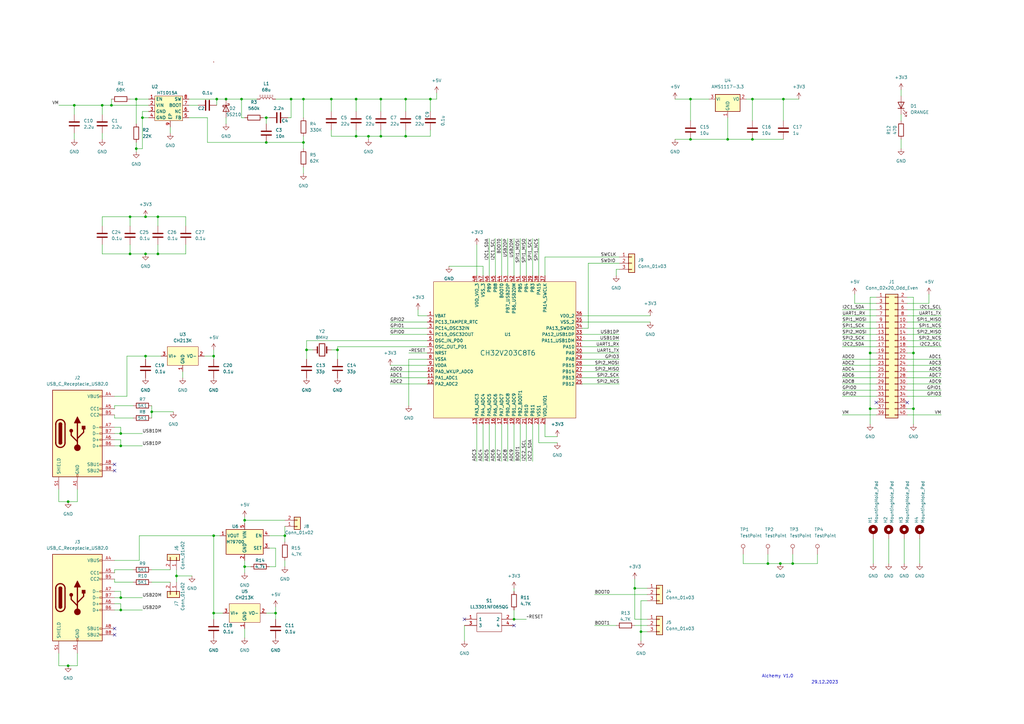
<source format=kicad_sch>
(kicad_sch (version 20211123) (generator eeschema)
  (paper "A3")
  (junction (at 125.73 143.51))
  (junction (at 325.12 231.14))
  (junction (at 64.77 104.14))
  (junction (at 109.22 48.26))
  (junction (at 64.77 88.9))
  (junction (at 30.48 43.18))
  (junction (at 156.21 40.64))
  (junction (at 27.94 205.74))
  (junction (at 146.05 55.88))
  (junction (at 314.96 231.14))
  (junction (at 100.33 213.36))
  (junction (at 49.53 182.88))
  (junction (at 41.91 43.18))
  (junction (at 356.87 167.64))
  (junction (at 45.72 43.18))
  (junction (at 166.37 40.64))
  (junction (at 151.13 55.88))
  (junction (at 283.21 57.15))
  (junction (at 62.23 168.91))
  (junction (at 49.53 177.8))
  (junction (at 49.53 245.11))
  (junction (at 135.89 40.64))
  (junction (at 138.43 143.51))
  (junction (at 124.46 40.64))
  (junction (at 55.88 40.64))
  (junction (at 113.03 251.46))
  (junction (at 109.22 58.42))
  (junction (at 55.88 60.96))
  (junction (at 53.34 104.14))
  (junction (at 87.63 146.05))
  (junction (at 59.69 146.05))
  (junction (at 59.69 88.9))
  (junction (at 262.89 259.08))
  (junction (at 88.9 40.64))
  (junction (at 53.34 88.9))
  (junction (at 92.71 40.64))
  (junction (at 116.84 219.71))
  (junction (at 308.61 40.64))
  (junction (at 176.53 40.64))
  (junction (at 49.53 250.19))
  (junction (at 119.38 40.64))
  (junction (at 87.63 251.46))
  (junction (at 100.33 232.41))
  (junction (at 124.46 58.42))
  (junction (at 58.42 48.26))
  (junction (at 308.61 57.15))
  (junction (at 72.39 236.22))
  (junction (at 260.35 241.3))
  (junction (at 27.94 273.05))
  (junction (at 210.82 254))
  (junction (at 87.63 219.71))
  (junction (at 374.65 167.64))
  (junction (at 146.05 40.64))
  (junction (at 298.45 57.15))
  (junction (at 320.04 231.14))
  (junction (at 374.65 144.78))
  (junction (at 356.87 144.78))
  (junction (at 321.31 40.64))
  (junction (at 59.69 104.14))
  (junction (at 156.21 55.88))
  (junction (at 166.37 55.88))
  (junction (at 283.21 40.64))
  (junction (at 99.06 40.64))
  (no_connect (at 190.5 254))
  (no_connect (at 210.82 256.54))
  (no_connect (at 46.99 260.35))
  (no_connect (at 372.11 165.1))
  (no_connect (at 359.41 165.1))
  (no_connect (at 46.99 257.81))
  (no_connect (at 46.99 190.5))
  (no_connect (at 46.99 193.04))
  (wire (pts (xy 210.82 97.79) (xy 210.82 113.03)))
  (wire (pts (xy 372.11 137.16) (xy 386.08 137.16)))
  (wire (pts (xy 59.69 104.14) (xy 64.77 104.14)))
  (wire (pts (xy 88.9 40.64) (xy 88.9 43.18)))
  (wire (pts (xy 260.35 256.54) (xy 265.43 256.54)))
  (wire (pts (xy 62.23 238.76) (xy 69.85 238.76)))
  (wire (pts (xy 160.02 149.86) (xy 175.26 149.86)))
  (wire (pts (xy 55.88 58.42) (xy 55.88 60.96)))
  (wire (pts (xy 69.85 52.07) (xy 69.85 54.61)))
  (wire (pts (xy 203.2 189.23) (xy 203.2 173.99)))
  (wire (pts (xy 238.76 132.08) (xy 266.7 132.08)))
  (wire (pts (xy 31.75 200.66) (xy 31.75 205.74)))
  (wire (pts (xy 116.84 215.9) (xy 116.84 219.71)))
  (wire (pts (xy 41.91 88.9) (xy 53.34 88.9)))
  (wire (pts (xy 72.39 236.22) (xy 72.39 238.76)))
  (wire (pts (xy 167.64 147.32) (xy 167.64 166.37)))
  (wire (pts (xy 345.44 152.4) (xy 359.41 152.4)))
  (wire (pts (xy 369.57 46.99) (xy 369.57 49.53)))
  (wire (pts (xy 210.82 254) (xy 215.9 254)))
  (wire (pts (xy 243.84 256.54) (xy 252.73 256.54)))
  (wire (pts (xy 125.73 143.51) (xy 125.73 139.7)))
  (wire (pts (xy 124.46 68.58) (xy 124.46 71.12)))
  (wire (pts (xy 241.3 107.95) (xy 241.3 134.62)))
  (wire (pts (xy 99.06 40.64) (xy 105.41 40.64)))
  (wire (pts (xy 41.91 54.61) (xy 41.91 57.15)))
  (wire (pts (xy 124.46 40.64) (xy 135.89 40.64)))
  (wire (pts (xy 46.99 162.56) (xy 52.07 162.56)))
  (wire (pts (xy 238.76 147.32) (xy 254 147.32)))
  (wire (pts (xy 49.53 182.88) (xy 58.42 182.88)))
  (wire (pts (xy 58.42 45.72) (xy 58.42 48.26)))
  (wire (pts (xy 119.38 40.64) (xy 119.38 48.26)))
  (wire (pts (xy 62.23 168.91) (xy 71.12 168.91)))
  (wire (pts (xy 45.72 43.18) (xy 45.72 40.64)))
  (wire (pts (xy 87.63 146.05) (xy 87.63 147.32)))
  (wire (pts (xy 100.33 213.36) (xy 100.33 214.63)))
  (wire (pts (xy 58.42 48.26) (xy 58.42 60.96)))
  (wire (pts (xy 283.21 49.53) (xy 283.21 40.64)))
  (wire (pts (xy 372.11 149.86) (xy 386.08 149.86)))
  (wire (pts (xy 262.89 259.08) (xy 262.89 262.89)))
  (wire (pts (xy 146.05 40.64) (xy 146.05 45.72)))
  (wire (pts (xy 146.05 53.34) (xy 146.05 55.88)))
  (wire (pts (xy 64.77 100.33) (xy 64.77 104.14)))
  (wire (pts (xy 205.74 113.03) (xy 205.74 97.79)))
  (wire (pts (xy 321.31 40.64) (xy 308.61 40.64)))
  (wire (pts (xy 46.99 180.34) (xy 49.53 180.34)))
  (wire (pts (xy 265.43 246.38) (xy 262.89 246.38)))
  (wire (pts (xy 345.44 154.94) (xy 359.41 154.94)))
  (wire (pts (xy 176.53 55.88) (xy 176.53 53.34)))
  (wire (pts (xy 102.87 232.41) (xy 100.33 232.41)))
  (wire (pts (xy 325.12 227.33) (xy 325.12 231.14)))
  (wire (pts (xy 262.89 246.38) (xy 262.89 259.08)))
  (wire (pts (xy 109.22 48.26) (xy 110.49 48.26)))
  (wire (pts (xy 46.99 170.18) (xy 46.99 171.45)))
  (wire (pts (xy 125.73 147.32) (xy 125.73 143.51)))
  (wire (pts (xy 113.03 40.64) (xy 119.38 40.64)))
  (wire (pts (xy 238.76 152.4) (xy 254 152.4)))
  (wire (pts (xy 49.53 242.57) (xy 49.53 245.11)))
  (wire (pts (xy 60.96 43.18) (xy 45.72 43.18)))
  (wire (pts (xy 195.58 189.23) (xy 195.58 173.99)))
  (wire (pts (xy 85.09 48.26) (xy 85.09 58.42)))
  (wire (pts (xy 166.37 40.64) (xy 166.37 45.72)))
  (wire (pts (xy 74.93 152.4) (xy 74.93 154.94)))
  (wire (pts (xy 124.46 40.64) (xy 119.38 40.64)))
  (wire (pts (xy 166.37 53.34) (xy 166.37 55.88)))
  (wire (pts (xy 372.11 127) (xy 386.08 127)))
  (wire (pts (xy 119.38 48.26) (xy 118.11 48.26)))
  (wire (pts (xy 31.75 267.97) (xy 31.75 273.05)))
  (wire (pts (xy 24.13 273.05) (xy 27.94 273.05)))
  (wire (pts (xy 156.21 53.34) (xy 156.21 55.88)))
  (wire (pts (xy 30.48 43.18) (xy 30.48 46.99)))
  (wire (pts (xy 372.11 167.64) (xy 374.65 167.64)))
  (wire (pts (xy 350.52 120.65) (xy 350.52 124.46)))
  (wire (pts (xy 213.36 189.23) (xy 213.36 173.99)))
  (wire (pts (xy 57.15 229.87) (xy 46.99 229.87)))
  (wire (pts (xy 160.02 134.62) (xy 175.26 134.62)))
  (wire (pts (xy 200.66 97.79) (xy 200.66 113.03)))
  (wire (pts (xy 83.82 146.05) (xy 87.63 146.05)))
  (wire (pts (xy 356.87 167.64) (xy 356.87 173.99)))
  (wire (pts (xy 53.34 104.14) (xy 59.69 104.14)))
  (wire (pts (xy 356.87 144.78) (xy 356.87 167.64)))
  (wire (pts (xy 49.53 247.65) (xy 49.53 250.19)))
  (wire (pts (xy 238.76 142.24) (xy 254 142.24)))
  (wire (pts (xy 53.34 88.9) (xy 59.69 88.9)))
  (wire (pts (xy 372.11 157.48) (xy 386.08 157.48)))
  (wire (pts (xy 374.65 167.64) (xy 374.65 173.99)))
  (wire (pts (xy 260.35 241.3) (xy 265.43 241.3)))
  (wire (pts (xy 151.13 55.88) (xy 146.05 55.88)))
  (wire (pts (xy 109.22 48.26) (xy 109.22 50.8)))
  (wire (pts (xy 198.12 113.03) (xy 198.12 109.22)))
  (wire (pts (xy 308.61 40.64) (xy 306.07 40.64)))
  (wire (pts (xy 321.31 49.53) (xy 321.31 40.64)))
  (wire (pts (xy 100.33 213.36) (xy 116.84 213.36)))
  (wire (pts (xy 167.64 147.32) (xy 175.26 147.32)))
  (wire (pts (xy 100.33 212.09) (xy 100.33 213.36)))
  (wire (pts (xy 113.03 248.92) (xy 113.03 251.46)))
  (wire (pts (xy 238.76 149.86) (xy 254 149.86)))
  (wire (pts (xy 110.49 224.79) (xy 113.03 224.79)))
  (wire (pts (xy 156.21 40.64) (xy 166.37 40.64)))
  (wire (pts (xy 314.96 227.33) (xy 314.96 231.14)))
  (wire (pts (xy 345.44 129.54) (xy 359.41 129.54)))
  (wire (pts (xy 113.03 251.46) (xy 113.03 254)))
  (wire (pts (xy 124.46 48.26) (xy 124.46 40.64)))
  (wire (pts (xy 364.49 231.14) (xy 364.49 220.98)))
  (wire (pts (xy 41.91 43.18) (xy 41.91 46.99)))
  (wire (pts (xy 372.11 160.02) (xy 386.08 160.02)))
  (wire (pts (xy 372.11 162.56) (xy 386.08 162.56)))
  (wire (pts (xy 369.57 57.15) (xy 369.57 60.96)))
  (wire (pts (xy 87.63 251.46) (xy 87.63 219.71)))
  (wire (pts (xy 62.23 166.37) (xy 62.23 168.91)))
  (wire (pts (xy 345.44 134.62) (xy 359.41 134.62)))
  (wire (pts (xy 320.04 231.14) (xy 325.12 231.14)))
  (wire (pts (xy 46.99 247.65) (xy 49.53 247.65)))
  (wire (pts (xy 49.53 250.19) (xy 58.42 250.19)))
  (wire (pts (xy 190.5 256.54) (xy 190.5 262.89)))
  (wire (pts (xy 151.13 55.88) (xy 151.13 57.15)))
  (wire (pts (xy 345.44 160.02) (xy 359.41 160.02)))
  (wire (pts (xy 46.99 166.37) (xy 54.61 166.37)))
  (wire (pts (xy 49.53 180.34) (xy 49.53 182.88)))
  (wire (pts (xy 345.44 147.32) (xy 359.41 147.32)))
  (wire (pts (xy 238.76 139.7) (xy 254 139.7)))
  (wire (pts (xy 372.11 132.08) (xy 386.08 132.08)))
  (wire (pts (xy 125.73 143.51) (xy 128.27 143.51)))
  (wire (pts (xy 24.13 205.74) (xy 27.94 205.74)))
  (wire (pts (xy 135.89 40.64) (xy 135.89 45.72)))
  (wire (pts (xy 46.99 237.49) (xy 46.99 238.76)))
  (wire (pts (xy 241.3 134.62) (xy 238.76 134.62)))
  (wire (pts (xy 372.11 152.4) (xy 386.08 152.4)))
  (wire (pts (xy 372.11 144.78) (xy 374.65 144.78)))
  (wire (pts (xy 210.82 250.19) (xy 210.82 254)))
  (wire (pts (xy 356.87 121.92) (xy 356.87 144.78)))
  (wire (pts (xy 160.02 152.4) (xy 175.26 152.4)))
  (wire (pts (xy 100.33 257.81) (xy 100.33 261.62)))
  (wire (pts (xy 110.49 219.71) (xy 116.84 219.71)))
  (wire (pts (xy 218.44 113.03) (xy 218.44 97.79)))
  (wire (pts (xy 374.65 144.78) (xy 374.65 167.64)))
  (wire (pts (xy 100.33 48.26) (xy 99.06 48.26)))
  (wire (pts (xy 76.2 88.9) (xy 76.2 92.71)))
  (wire (pts (xy 345.44 142.24) (xy 359.41 142.24)))
  (wire (pts (xy 298.45 57.15) (xy 308.61 57.15)))
  (wire (pts (xy 55.88 40.64) (xy 55.88 50.8)))
  (wire (pts (xy 46.99 167.64) (xy 46.99 166.37)))
  (wire (pts (xy 87.63 219.71) (xy 90.17 219.71)))
  (wire (pts (xy 205.74 189.23) (xy 205.74 173.99)))
  (wire (pts (xy 304.8 227.33) (xy 304.8 231.14)))
  (wire (pts (xy 381 120.65) (xy 381 124.46)))
  (wire (pts (xy 41.91 92.71) (xy 41.91 88.9)))
  (wire (pts (xy 358.14 231.14) (xy 358.14 220.98)))
  (wire (pts (xy 372.11 147.32) (xy 386.08 147.32)))
  (wire (pts (xy 52.07 146.05) (xy 52.07 162.56)))
  (wire (pts (xy 58.42 60.96) (xy 55.88 60.96)))
  (wire (pts (xy 160.02 157.48) (xy 175.26 157.48)))
  (wire (pts (xy 377.19 231.14) (xy 377.19 220.98)))
  (wire (pts (xy 345.44 132.08) (xy 359.41 132.08)))
  (wire (pts (xy 276.86 40.64) (xy 283.21 40.64)))
  (wire (pts (xy 345.44 139.7) (xy 359.41 139.7)))
  (wire (pts (xy 24.13 267.97) (xy 24.13 273.05)))
  (wire (pts (xy 308.61 57.15) (xy 321.31 57.15)))
  (wire (pts (xy 109.22 58.42) (xy 124.46 58.42)))
  (wire (pts (xy 99.06 48.26) (xy 99.06 40.64)))
  (wire (pts (xy 46.99 171.45) (xy 54.61 171.45)))
  (wire (pts (xy 46.99 177.8) (xy 49.53 177.8)))
  (wire (pts (xy 372.11 142.24) (xy 386.08 142.24)))
  (wire (pts (xy 238.76 129.54) (xy 266.7 129.54)))
  (wire (pts (xy 64.77 104.14) (xy 76.2 104.14)))
  (wire (pts (xy 260.35 241.3) (xy 260.35 254)))
  (wire (pts (xy 345.44 149.86) (xy 359.41 149.86)))
  (wire (pts (xy 166.37 40.64) (xy 176.53 40.64)))
  (wire (pts (xy 77.47 40.64) (xy 88.9 40.64)))
  (wire (pts (xy 49.53 175.26) (xy 49.53 177.8)))
  (wire (pts (xy 184.15 109.22) (xy 198.12 109.22)))
  (wire (pts (xy 30.48 54.61) (xy 30.48 57.15)))
  (wire (pts (xy 49.53 245.11) (xy 58.42 245.11)))
  (wire (pts (xy 59.69 88.9) (xy 64.77 88.9)))
  (wire (pts (xy 53.34 40.64) (xy 55.88 40.64)))
  (wire (pts (xy 125.73 139.7) (xy 175.26 139.7)))
  (wire (pts (xy 55.88 40.64) (xy 60.96 40.64)))
  (wire (pts (xy 283.21 40.64) (xy 290.83 40.64)))
  (wire (pts (xy 265.43 254) (xy 260.35 254)))
  (wire (pts (xy 113.03 232.41) (xy 110.49 232.41)))
  (wire (pts (xy 238.76 154.94) (xy 254 154.94)))
  (wire (pts (xy 87.63 143.51) (xy 87.63 146.05)))
  (wire (pts (xy 62.23 168.91) (xy 62.23 171.45)))
  (wire (pts (xy 252.73 110.49) (xy 252.73 113.03)))
  (wire (pts (xy 325.12 231.14) (xy 335.28 231.14)))
  (wire (pts (xy 146.05 55.88) (xy 135.89 55.88)))
  (wire (pts (xy 374.65 121.92) (xy 374.65 144.78)))
  (wire (pts (xy 241.3 107.95) (xy 254 107.95)))
  (wire (pts (xy 92.71 50.8) (xy 92.71 48.26)))
  (wire (pts (xy 356.87 167.64) (xy 359.41 167.64)))
  (wire (pts (xy 87.63 251.46) (xy 91.44 251.46)))
  (wire (pts (xy 138.43 143.51) (xy 135.89 143.51)))
  (wire (pts (xy 304.8 231.14) (xy 314.96 231.14)))
  (wire (pts (xy 53.34 100.33) (xy 53.34 104.14)))
  (wire (pts (xy 135.89 55.88) (xy 135.89 53.34)))
  (wire (pts (xy 92.71 40.64) (xy 99.06 40.64)))
  (wire (pts (xy 314.96 231.14) (xy 320.04 231.14)))
  (wire (pts (xy 262.89 259.08) (xy 265.43 259.08)))
  (wire (pts (xy 298.45 48.26) (xy 298.45 57.15)))
  (wire (pts (xy 372.11 170.18) (xy 386.08 170.18)))
  (wire (pts (xy 46.99 245.11) (xy 49.53 245.11)))
  (wire (pts (xy 31.75 205.74) (xy 27.94 205.74)))
  (wire (pts (xy 215.9 113.03) (xy 215.9 97.79)))
  (wire (pts (xy 220.98 113.03) (xy 220.98 97.79)))
  (wire (pts (xy 46.99 233.68) (xy 54.61 233.68)))
  (wire (pts (xy 179.07 40.64) (xy 179.07 38.1)))
  (wire (pts (xy 215.9 189.23) (xy 215.9 173.99)))
  (wire (pts (xy 138.43 143.51) (xy 138.43 142.24)))
  (wire (pts (xy 243.84 243.84) (xy 265.43 243.84)))
  (wire (pts (xy 345.44 157.48) (xy 359.41 157.48)))
  (wire (pts (xy 171.45 129.54) (xy 171.45 127)))
  (wire (pts (xy 372.11 154.94) (xy 386.08 154.94)))
  (wire (pts (xy 41.91 104.14) (xy 53.34 104.14)))
  (wire (pts (xy 124.46 58.42) (xy 124.46 60.96)))
  (wire (pts (xy 45.72 43.18) (xy 41.91 43.18)))
  (wire (pts (xy 77.47 48.26) (xy 85.09 48.26)))
  (wire (pts (xy 156.21 40.64) (xy 156.21 45.72)))
  (wire (pts (xy 359.41 121.92) (xy 356.87 121.92)))
  (wire (pts (xy 59.69 146.05) (xy 66.04 146.05)))
  (wire (pts (xy 238.76 144.78) (xy 254 144.78)))
  (wire (pts (xy 223.52 179.07) (xy 228.6 179.07)))
  (wire (pts (xy 58.42 48.26) (xy 60.96 48.26)))
  (wire (pts (xy 77.47 43.18) (xy 81.28 43.18)))
  (wire (pts (xy 76.2 104.14) (xy 76.2 100.33)))
  (wire (pts (xy 113.03 224.79) (xy 113.03 232.41)))
  (wire (pts (xy 57.15 219.71) (xy 57.15 229.87)))
  (wire (pts (xy 167.64 144.78) (xy 175.26 144.78)))
  (wire (pts (xy 345.44 162.56) (xy 359.41 162.56)))
  (wire (pts (xy 176.53 40.64) (xy 179.07 40.64)))
  (wire (pts (xy 195.58 100.33) (xy 195.58 113.03)))
  (wire (pts (xy 62.23 233.68) (xy 69.85 233.68)))
  (wire (pts (xy 321.31 40.64) (xy 327.66 40.64)))
  (wire (pts (xy 160.02 137.16) (xy 175.26 137.16)))
  (wire (pts (xy 283.21 57.15) (xy 298.45 57.15)))
  (wire (pts (xy 109.22 251.46) (xy 113.03 251.46)))
  (wire (pts (xy 24.13 200.66) (xy 24.13 205.74)))
  (wire (pts (xy 59.69 146.05) (xy 59.69 147.32)))
  (wire (pts (xy 218.44 189.23) (xy 218.44 173.99)))
  (wire (pts (xy 107.95 48.26) (xy 109.22 48.26)))
  (wire (pts (xy 166.37 55.88) (xy 156.21 55.88)))
  (wire (pts (xy 369.57 36.83) (xy 369.57 39.37)))
  (wire (pts (xy 100.33 229.87) (xy 100.33 232.41)))
  (wire (pts (xy 46.99 250.19) (xy 49.53 250.19)))
  (wire (pts (xy 356.87 144.78) (xy 359.41 144.78)))
  (wire (pts (xy 166.37 55.88) (xy 176.53 55.88)))
  (wire (pts (xy 160.02 132.08) (xy 175.26 132.08)))
  (wire (pts (xy 176.53 40.64) (xy 176.53 45.72)))
  (wire (pts (xy 254 110.49) (xy 252.73 110.49)))
  (wire (pts (xy 64.77 88.9) (xy 64.77 92.71)))
  (wire (pts (xy 372.11 124.46) (xy 381 124.46)))
  (wire (pts (xy 335.28 231.14) (xy 335.28 227.33)))
  (wire (pts (xy 72.39 233.68) (xy 72.39 236.22)))
  (wire (pts (xy 46.99 234.95) (xy 46.99 233.68)))
  (wire (pts (xy 85.09 58.42) (xy 109.22 58.42)))
  (wire (pts (xy 160.02 154.94) (xy 175.26 154.94)))
  (wire (pts (xy 238.76 157.48) (xy 254 157.48)))
  (wire (pts (xy 210.82 189.23) (xy 210.82 173.99)))
  (wire (pts (xy 198.12 189.23) (xy 198.12 173.99)))
  (wire (pts (xy 345.44 170.18) (xy 359.41 170.18)))
  (wire (pts (xy 53.34 88.9) (xy 53.34 92.71)))
  (wire (pts (xy 175.26 129.54) (xy 171.45 129.54)))
  (wire (pts (xy 308.61 49.53) (xy 308.61 40.64)))
  (wire (pts (xy 31.75 273.05) (xy 27.94 273.05)))
  (wire (pts (xy 223.52 105.41) (xy 254 105.41)))
  (wire (pts (xy 208.28 189.23) (xy 208.28 173.99)))
  (wire (pts (xy 124.46 55.88) (xy 124.46 58.42)))
  (wire (pts (xy 223.52 173.99) (xy 223.52 179.07)))
  (wire (pts (xy 30.48 43.18) (xy 41.91 43.18)))
  (wire (pts (xy 210.82 242.57) (xy 210.82 241.3)))
  (wire (pts (xy 100.33 232.41) (xy 100.33 234.95)))
  (wire (pts (xy 208.28 97.79) (xy 208.28 113.03)))
  (wire (pts (xy 46.99 242.57) (xy 49.53 242.57)))
  (wire (pts (xy 203.2 113.03) (xy 203.2 97.79)))
  (wire (pts (xy 87.63 219.71) (xy 57.15 219.71)))
  (wire (pts (xy 276.86 57.15) (xy 283.21 57.15)))
  (wire (pts (xy 372.11 139.7) (xy 386.08 139.7)))
  (wire (pts (xy 72.39 236.22) (xy 78.74 236.22)))
  (wire (pts (xy 220.98 173.99) (xy 220.98 181.61)))
  (wire (pts (xy 116.84 219.71) (xy 116.84 222.25)))
  (wire (pts (xy 46.99 182.88) (xy 49.53 182.88)))
  (wire (pts (xy 59.69 146.05) (xy 52.07 146.05)))
  (wire (pts (xy 46.99 175.26) (xy 49.53 175.26)))
  (wire (pts (xy 146.05 40.64) (xy 156.21 40.64)))
  (wire (pts (xy 24.13 43.18) (xy 30.48 43.18)))
  (wire (pts (xy 345.44 137.16) (xy 359.41 137.16)))
  (wire (pts (xy 345.44 127) (xy 359.41 127)))
  (wire (pts (xy 49.53 177.8) (xy 58.42 177.8)))
  (wire (pts (xy 372.11 121.92) (xy 374.65 121.92)))
  (wire (pts (xy 370.84 231.14) (xy 370.84 220.98)))
  (wire (pts (xy 213.36 113.03) (xy 213.36 97.79)))
  (wire (pts (xy 260.35 237.49) (xy 260.35 241.3)))
  (wire (pts (xy 64.77 88.9) (xy 76.2 88.9)))
  (wire (pts (xy 116.84 229.87) (xy 116.84 232.41)))
  (wire (pts (xy 138.43 142.24) (xy 175.26 142.24)))
  (wire (pts (xy 372.11 129.54) (xy 386.08 129.54)))
  (wire (pts (xy 359.41 124.46) (xy 350.52 124.46)))
  (wire (pts (xy 372.11 134.62) (xy 386.08 134.62)))
  (wire (pts (xy 46.99 238.76) (xy 54.61 238.76)))
  (wire (pts (xy 200.66 189.23) (xy 200.66 173.99)))
  (wire (pts (xy 87.63 254) (xy 87.63 251.46)))
  (wire (pts (xy 223.52 113.03) (xy 223.52 105.41)))
  (wire (pts (xy 238.76 137.16) (xy 254 137.16)))
  (wire (pts (xy 88.9 40.64) (xy 92.71 40.64)))
  (wire (pts (xy 60.96 45.72) (xy 58.42 45.72)))
  (wire (pts (xy 138.43 147.32) (xy 138.43 143.51)))
  (wire (pts (xy 220.98 181.61) (xy 228.6 181.61)))
  (wire (pts (xy 41.91 100.33) (xy 41.91 104.14)))
  (wire (pts (xy 156.21 55.88) (xy 151.13 55.88)))
  (wire (pts (xy 135.89 40.64) (xy 146.05 40.64)))
  (wire (pts (xy 55.88 60.96) (xy 55.88 62.23)))
  (text "29.12.2023" (at 332.74 280.67 0) (effects (font (size 1.27 1.27)) (justify left bottom)))
  (text "Alchemy V1.0" (at 312.42 278.13 0) (effects (font (size 1.27 1.27)) (justify left bottom)))
  (label "UART1_RX" (at 254 142.24 180))
  (label "ADC2" (at 160.02 157.48 0))
  (label "USB1DP" (at 58.42 182.88 0))
  (label "SPI1_MOSI" (at 345.44 132.08 0))
  (label "I2C2_SCL" (at 215.9 189.23 90))
  (label "UART1_TX" (at 254 144.78 180))
  (label "ADC5" (at 200.66 189.23 90))
  (label "BOOT1" (at 243.84 256.54 0))
  (label "VM" (at 345.44 170.18 0))
  (label "GPIO3" (at 386.08 162.56 180))
  (label "ADC7" (at 386.08 154.94 180))
  (label "ADC5" (at 386.08 152.4 180))
  (label "ADC0" (at 345.44 147.32 0))
  (label "SPI2_SCK" (at 345.44 139.7 0))
  (label "GPIO1" (at 160.02 134.62 0))
  (label "ADC6" (at 203.2 189.23 90))
  (label "ADC8" (at 345.44 157.48 0))
  (label "SPI1_MISO" (at 386.08 132.08 180))
  (label "ADC3" (at 195.58 189.23 90))
  (label "SPI1_MISO" (at 215.9 97.79 270))
  (label "BOOT0" (at 205.74 97.79 270))
  (label "ADC4" (at 198.12 189.23 90))
  (label "~RESET" (at 215.9 254 0))
  (label "SPI2_MISO" (at 386.08 137.16 180))
  (label "~RESET" (at 167.64 144.78 0))
  (label "ADC4" (at 345.44 152.4 0))
  (label "ADC9" (at 386.08 157.48 180))
  (label "ADC9" (at 210.82 189.23 90))
  (label "GPIO2" (at 160.02 132.08 0))
  (label "SPI2_SCK" (at 254 154.94 180))
  (label "I2C1_SDA" (at 200.66 97.79 270))
  (label "SPI2_MISO" (at 254 152.4 180))
  (label "ADC2" (at 345.44 149.86 0))
  (label "GPIO0" (at 345.44 160.02 0))
  (label "SWCLK" (at 246.38 105.41 0))
  (label "ADC1" (at 160.02 154.94 0))
  (label "ADC6" (at 345.44 154.94 0))
  (label "USB1DP" (at 254 137.16 180))
  (label "I2C2_SDA" (at 345.44 142.24 0))
  (label "USB2DP" (at 208.28 97.79 270))
  (label "SPI2_MOSI" (at 345.44 137.16 0))
  (label "BOOT0" (at 243.84 243.84 0))
  (label "SPI2_NCS" (at 254 157.48 180))
  (label "SPI2_NCS" (at 386.08 139.7 180))
  (label "USB2DM" (at 58.42 245.11 0))
  (label "SPI1_NCS" (at 220.98 97.79 270))
  (label "USB1DM" (at 254 139.7 180))
  (label "I2C2_SCL" (at 386.08 142.24 180))
  (label "SPI1_MOSI" (at 213.36 97.79 270))
  (label "UART1_RX" (at 345.44 129.54 0))
  (label "I2C1_SDA" (at 345.44 127 0))
  (label "GPIO1" (at 386.08 160.02 180))
  (label "SPI1_SCK" (at 345.44 134.62 0))
  (label "GPIO3" (at 254 147.32 180))
  (label "I2C1_SCL" (at 203.2 97.79 270))
  (label "BOOT1" (at 213.36 189.23 90))
  (label "SPI1_NCS" (at 386.08 134.62 180))
  (label "ADC8" (at 208.28 189.23 90))
  (label "ADC3" (at 386.08 149.86 180))
  (label "ADC0" (at 160.02 152.4 0))
  (label "UART1_TX" (at 386.08 129.54 180))
  (label "SPI2_MOSI" (at 254 149.86 180))
  (label "SPI1_SCK" (at 218.44 97.79 270))
  (label "USB1DM" (at 58.42 177.8 0))
  (label "USB2DP" (at 58.42 250.19 0))
  (label "I2C2_SDA" (at 218.44 189.23 90))
  (label "ADC1" (at 386.08 147.32 180))
  (label "USB2DM" (at 210.82 97.79 270))
  (label "GPIO0" (at 160.02 137.16 0))
  (label "VM" (at 386.08 170.18 180))
  (label "VM" (at 24.13 43.18 180))
  (label "ADC7" (at 205.74 189.23 90))
  (label "GPIO2" (at 345.44 162.56 0))
  (label "SWDIO" (at 246.38 107.95 0))
  (label "I2C1_SCL" (at 386.08 127 180))
  (symbol (lib_name "+5V_6") (lib_id "power:+5V") (at 276.86 40.64 0) (unit 1)
    (property "Reference" "#PWR0109" (effects hide))
    (property "Value" "+5V" (at 276.86 35.56 0))
  )
  (symbol (lib_id "Connector_Generic:Conn_01x02") (at 72.39 243.84 270) (unit 1)
    (property "Reference" "J7" (at 72.3901 246.38 0) (effects (justify left)))
    (property "Value" "Conn_01x02" (at 74.93 238.76 0) (effects (justify left)))
    (property "Footprint" "Connector_PinHeader_2.54mm:PinHeader_1x02_P2.54mm_Vertical" (effects hide))
  )
  (symbol (lib_id "Connector_Generic:Conn_01x02") (at 121.92 215.9 0) (mirror x) (unit 1)
    (property "Reference" "J8" (at 124.46 215.9001 0) (effects (justify left)))
    (property "Value" "Conn_01x02" (at 116.84 218.44 0) (effects (justify left)))
    (property "Footprint" "Connector_PinHeader_2.54mm:PinHeader_1x02_P2.54mm_Vertical" (effects hide))
  )
  (symbol (lib_id "Device:C") (at 85.09 43.18 90) (unit 1)
    (property "Reference" "C2" (at 82.55 44.45 90))
    (property "Value" "0.1u" (at 85.09 38.1 90))
    (property "Footprint" "Capacitor_SMD:C_0805_2012Metric" (effects hide))
  )
  (symbol (lib_id "Device:C") (at 87.63 151.13 0) (unit 1)
    (property "Reference" "C20" (at 91.44 149.8599 0) (effects (justify left)))
    (property "Value" "0.1u" (at 91.44 152.3999 0) (effects (justify left)))
    (property "Footprint" "Capacitor_SMD:C_0805_2012Metric" (effects hide))
  )
  (symbol (lib_name "GND_9") (lib_id "power:GND") (at 87.63 261.62 0) (unit 1)
    (property "Reference" "#PWR0145" (effects hide))
    (property "Value" "GND" (at 87.63 266.7 0))
  )
  (symbol (lib_id "Device:R") (at 116.84 226.06 0) (unit 1)
    (property "Reference" "R15" (at 119.38 224.7899 0) (effects (justify left)))
    (property "Value" "4.7K" (at 119.38 227.3299 0) (effects (justify left)))
    (property "Footprint" "Resistor_SMD:R_0805_2012Metric" (effects hide))
  )
  (symbol (lib_name "GND_27") (lib_id "power:GND") (at 377.19 231.14 0) (unit 1)
    (property "Reference" "#PWR0104" (effects hide))
    (property "Value" "GND" (at 377.19 236.22 0))
  )
  (symbol (lib_id "Device:R") (at 210.82 246.38 0) (unit 1)
    (property "Reference" "R11" (at 213.36 245.1099 0) (effects (justify left)))
    (property "Value" "4.7K" (at 213.36 247.6499 0) (effects (justify left)))
    (property "Footprint" "Resistor_SMD:R_0805_2012Metric" (effects hide))
  )
  (symbol (lib_id "Device:C") (at 30.48 50.8 180) (unit 1)
    (property "Reference" "C10" (at 34.29 49.5299 0) (effects (justify right)))
    (property "Value" "2.2u" (at 34.29 52.0699 0) (effects (justify right)))
    (property "Footprint" "Capacitor_SMD:C_1206_3216Metric" (effects hide))
  )
  (symbol (lib_id "power:GND") (at 59.69 104.14 0) (unit 1)
    (property "Reference" "#PWR0151" (effects hide))
    (property "Value" "GND" (at 59.69 109.22 0))
  )
  (symbol (lib_name "GND_3") (lib_id "power:GND") (at 74.93 154.94 0) (unit 1)
    (property "Reference" "#PWR0141" (effects hide))
    (property "Value" "GND" (at 74.93 160.02 0))
  )
  (symbol (lib_name "GND_13") (lib_id "power:GND") (at 78.74 236.22 0) (unit 1)
    (property "Reference" "#PWR0123" (effects hide))
    (property "Value" "GND" (at 78.74 241.3 0))
  )
  (symbol (lib_name "GND_25") (lib_id "power:GND") (at 356.87 173.99 0) (unit 1)
    (property "Reference" "#PWR0136" (effects hide))
    (property "Value" "GND" (at 356.87 179.07 0))
  )
  (symbol (lib_id "Connector_Generic:Conn_01x03") (at 270.51 256.54 0) (unit 1)
    (property "Reference" "J5" (at 273.05 255.2699 0) (effects (justify left)))
    (property "Value" "Conn_01x03" (at 273.05 257.8099 0) (effects (justify left)))
    (property "Footprint" "Connector_PinHeader_2.54mm:PinHeader_1x03_P2.54mm_Vertical" (effects hide))
  )
  (symbol (lib_id "Device:C") (at 113.03 257.81 0) (unit 1)
    (property "Reference" "C11" (at 116.84 256.5399 0) (effects (justify left)))
    (property "Value" "0.1u" (at 116.84 259.0799 0) (effects (justify left)))
    (property "Footprint" "Capacitor_SMD:C_0805_2012Metric" (effects hide))
  )
  (symbol (lib_id "power:+3V3") (at 59.69 88.9 0) (unit 1)
    (property "Reference" "#PWR0150" (effects hide))
    (property "Value" "+3V3" (at 59.69 83.82 0))
  )
  (symbol (lib_id "Connector:TestPoint") (at 304.8 227.33 0) (unit 1)
    (property "Reference" "TP1" (at 303.53 217.17 0) (effects (justify left)))
    (property "Value" "TestPoint" (at 303.53 219.71 0) (effects (justify left)))
    (property "Footprint" "TestPoint:TestPoint_Loop_D2.50mm_Drill1.0mm" (effects hide))
  )
  (symbol (lib_id "Device:R") (at 49.53 40.64 90) (unit 1)
    (property "Reference" "R1" (at 49.53 34.29 90))
    (property "Value" "68K" (at 49.53 36.83 90))
    (property "Footprint" "Resistor_SMD:R_0805_2012Metric" (effects hide))
  )
  (symbol (lib_id "power:+3V3") (at 260.35 237.49 0) (unit 1)
    (property "Reference" "#PWR0132" (effects hide))
    (property "Value" "+3V3" (at 260.35 232.41 0))
  )
  (symbol (lib_id "SamacSys_Parts:LL3301NF065QG") (at 190.5 254 0) (unit 1)
    (property "Reference" "S1" (at 200.66 246.38 0))
    (property "Value" "LL3301NF065QG" (at 200.66 248.92 0))
    (property "Footprint" "LL3301NF065QG" (effects hide))
    (property "Datasheet" "http://spec_sheets.e-switch.com/specs/P090002.pdf" (effects hide))
    (property "Description" "E-SWITCH - LL3301NF065QG - TACTILE SW, SPST, 0.05A, 12VDC, SOLDER" (effects hide))
    (property "Height" "4" (effects hide))
    (property "Mouser Part Number" "612-LL3301NF065QG" (effects hide))
    (property "Mouser Price/Stock" "https://www.mouser.co.uk/ProductDetail/E-Switch/LL3301NF065QG?qs=QtyuwXswaQiWhwgY68YTTw%3D%3D" (effects hide))
    (property "Manufacturer_Name" "E-Switch" (effects hide))
    (property "Manufacturer_Part_Number" "LL3301NF065QG" (effects hide))
  )
  (symbol (lib_name "GND_23") (lib_id "power:GND") (at 266.7 132.08 0) (unit 1)
    (property "Reference" "#PWR0139" (effects hide))
    (property "Value" "GND" (at 266.7 137.16 0))
  )
  (symbol (lib_id "power:GND") (at 151.13 57.15 0) (mirror y) (unit 1)
    (property "Reference" "#PWR0153" (effects hide))
    (property "Value" "GND" (at 151.13 62.23 0))
  )
  (symbol (lib_id "Device:R") (at 104.14 48.26 90) (unit 1)
    (property "Reference" "R3" (at 104.14 41.91 90))
    (property "Value" "560k" (at 104.14 44.45 90))
    (property "Footprint" "Resistor_SMD:R_0805_2012Metric" (effects hide))
  )
  (symbol (lib_id "Device:C") (at 125.73 151.13 0) (unit 1)
    (property "Reference" "C13" (at 129.54 149.8599 0) (effects (justify left)))
    (property "Value" "33p" (at 129.54 152.3999 0) (effects (justify left)))
    (property "Footprint" "Capacitor_SMD:C_0805_2012Metric" (effects hide))
  )
  (symbol (lib_id "Device:C") (at 283.21 53.34 0) (unit 1)
    (property "Reference" "C15" (at 287.02 52.0699 0) (effects (justify left)))
    (property "Value" "10u" (at 287.02 54.6099 0) (effects (justify left)))
    (property "Footprint" "Capacitor_SMD:C_1206_3216Metric" (effects hide))
  )
  (symbol (lib_name "CH213K_1") (lib_id "Signetics:CH213K") (at 93.98 251.46 0) (unit 1)
    (property "Reference" "U5" (at 100.33 242.57 0))
    (property "Value" "CH213K" (at 100.33 245.11 0))
    (property "Footprint" "Package_TO_SOT_SMD:SOT-23" (effects hide))
  )
  (symbol (lib_id "Mechanical:MountingHole_Pad") (at 364.49 218.44 0) (unit 1)
    (property "Reference" "H2" (at 363.2199 214.63 90) (effects (justify left)))
    (property "Value" "MountingHole_Pad" (at 365.7599 214.63 90) (effects (justify left)))
    (property "Footprint" "MountingHole:MountingHole_3.2mm_M3_Pad" (effects hide))
  )
  (symbol (lib_id "Gekkio_Power_Management:MT9700") (at 100.33 222.25 0) (mirror y) (unit 1)
    (property "Reference" "U6" (at 96.52 215.9 0))
    (property "Value" "MT9700" (at 96.52 222.25 0))
    (property "Footprint" "Package_TO_SOT_SMD:SOT-23-5" (effects hide))
    (property "Datasheet" "https://datasheet.lcsc.com/szlcsc/XI-AN-Aerosemi-Tech-MT9700_C89855.pdf" (effects hide))
  )
  (symbol (lib_id "Device:R") (at 55.88 54.61 0) (unit 1)
    (property "Reference" "R2" (at 58.42 53.3399 0) (effects (justify left)))
    (property "Value" "22K" (at 58.42 55.8799 0) (effects (justify left)))
    (property "Footprint" "Resistor_SMD:R_0805_2012Metric" (effects hide))
  )
  (symbol (lib_name "GND_30") (lib_id "power:GND") (at 320.04 231.14 0) (unit 1)
    (property "Reference" "#PWR0140" (effects hide))
    (property "Value" "GND" (at 320.04 236.22 0))
  )
  (symbol (lib_id "power:GND") (at 124.46 71.12 0) (mirror y) (unit 1)
    (property "Reference" "#PWR0152" (effects hide))
    (property "Value" "GND" (at 124.46 76.2 0))
  )
  (symbol (lib_name "GND_2") (lib_id "power:GND") (at 71.12 168.91 0) (unit 1)
    (property "Reference" "#PWR0125" (effects hide))
    (property "Value" "GND" (at 71.12 173.99 0))
  )
  (symbol (lib_id "Signetics:HT1015A") (at 63.5 40.64 0) (unit 1)
    (property "Reference" "U2" (at 63.5 35.56 0))
    (property "Value" "HT1015A" (at 68.58 38.1 0))
    (property "Footprint" "Package_SO:HSOP-8-1EP_3.9x4.9mm_P1.27mm_EP2.41x3.1mm_ThermalVias" (effects hide))
  )
  (symbol (lib_id "Device:C") (at 146.05 49.53 180) (unit 1)
    (property "Reference" "C6" (at 149.86 48.2599 0) (effects (justify right)))
    (property "Value" "22u" (at 149.86 50.7999 0) (effects (justify right)))
    (property "Footprint" "Capacitor_SMD:C_1206_3216Metric" (effects hide))
  )
  (symbol (lib_id "Device:R") (at 58.42 238.76 90) (unit 1)
    (property "Reference" "R10" (at 58.42 236.22 90))
    (property "Value" "5K1" (at 58.42 238.76 90))
    (property "Footprint" "Resistor_SMD:R_0805_2012Metric" (effects hide))
  )
  (symbol (lib_id "Device:LED") (at 369.57 43.18 90) (unit 1)
    (property "Reference" "D1" (at 373.38 43.4974 90) (effects (justify right)))
    (property "Value" "ORANGE" (at 373.38 46.0374 90) (effects (justify right)))
    (property "Footprint" "LED_SMD:LED_0805_2012Metric" (effects hide))
  )
  (symbol (lib_id "power:+5V") (at 179.07 38.1 0) (mirror y) (unit 1)
    (property "Reference" "#PWR0154" (effects hide))
    (property "Value" "+5V" (at 179.07 33.02 0))
  )
  (symbol (lib_id "Device:R") (at 124.46 64.77 180) (unit 1)
    (property "Reference" "R5" (at 127 63.4999 0) (effects (justify right)))
    (property "Value" "62K" (at 127 66.0399 0) (effects (justify right)))
    (property "Footprint" "Resistor_SMD:R_0805_2012Metric" (effects hide))
  )
  (symbol (lib_id "Device:C") (at 59.69 151.13 0) (unit 1)
    (property "Reference" "C19" (at 63.5 149.8599 0) (effects (justify left)))
    (property "Value" "0.1u" (at 63.5 152.3999 0) (effects (justify left)))
    (property "Footprint" "Capacitor_SMD:C_0805_2012Metric" (effects hide))
  )
  (symbol (lib_name "GND_14") (lib_id "power:GND") (at 167.64 166.37 0) (unit 1)
    (property "Reference" "#PWR0117" (effects hide))
    (property "Value" "GND" (at 167.64 171.45 0))
  )
  (symbol (lib_name "GND_11") (lib_id "power:GND") (at 27.94 273.05 0) (unit 1)
    (property "Reference" "#PWR0124" (effects hide))
    (property "Value" "GND" (at 27.94 278.13 0))
  )
  (symbol (lib_name "+5V_1") (lib_id "power:+5V") (at 100.33 212.09 0) (mirror y) (unit 1)
    (property "Reference" "#PWR0118" (effects hide))
    (property "Value" "+5V" (at 100.33 207.01 0))
  )
  (symbol (lib_id "power:GND") (at 41.91 57.15 0) (mirror y) (unit 1)
    (property "Reference" "#PWR0146" (effects hide))
    (property "Value" "GND" (at 41.91 62.23 0))
  )
  (symbol (lib_name "GND_24") (lib_id "power:GND") (at 262.89 262.89 0) (unit 1)
    (property "Reference" "#PWR0133" (effects hide))
    (property "Value" "GND" (at 262.89 267.97 0))
  )
  (symbol (lib_id "Device:C") (at 156.21 49.53 180) (unit 1)
    (property "Reference" "C7" (at 160.02 48.2599 0) (effects (justify right)))
    (property "Value" "22u" (at 160.02 50.7999 0) (effects (justify right)))
    (property "Footprint" "Capacitor_SMD:C_1206_3216Metric" (effects hide))
  )
  (symbol (lib_id "power:+3V3") (at 160.02 149.86 0) (unit 1)
    (property "Reference" "#PWR0108" (effects hide))
    (property "Value" "+3V3" (at 160.02 144.78 0))
  )
  (symbol (lib_name "GND_29") (lib_id "power:GND") (at 358.14 231.14 0) (unit 1)
    (property "Reference" "#PWR0103" (effects hide))
    (property "Value" "GND" (at 358.14 236.22 0))
  )
  (symbol (lib_id "Device:L_Ferrite") (at 109.22 40.64 90) (unit 1)
    (property "Reference" "L1" (at 109.22 34.29 90))
    (property "Value" "68u" (at 109.22 36.83 90))
    (property "Footprint" "Signetics:CYA0650-68UH" (effects hide))
  )
  (symbol (lib_id "power:+3V3") (at 327.66 40.64 0) (unit 1)
    (property "Reference" "#PWR0128" (effects hide))
    (property "Value" "+3V3" (at 327.66 35.56 0))
  )
  (symbol (lib_name "GND_23") (lib_id "power:GND") (at 252.73 113.03 0) (unit 1)
    (property "Reference" "#PWR0142" (effects hide))
    (property "Value" "GND" (at 252.73 118.11 0))
  )
  (symbol (lib_name "GND_7") (lib_id "power:GND") (at 113.03 261.62 0) (unit 1)
    (property "Reference" "#PWR0121" (effects hide))
    (property "Value" "GND" (at 113.03 266.7 0))
  )
  (symbol (lib_id "Regulator_Linear:AMS1117-3.3") (at 298.45 40.64 0) (unit 1)
    (property "Reference" "U4" (at 298.45 33.02 0))
    (property "Value" "AMS1117-3.3" (at 298.45 35.56 0))
    (property "Footprint" "Package_TO_SOT_SMD:SOT-223-3_TabPin2" (effects hide))
    (property "Datasheet" "http://www.advanced-monolithic.com/pdf/ds1117.pdf" (effects hide))
  )
  (symbol (lib_id "Connector_Generic:Conn_02x20_Odd_Even") (at 364.49 144.78 0) (unit 1)
    (property "Reference" "J1" (at 365.76 115.57 0))
    (property "Value" "Conn_02x20_Odd_Even" (at 365.76 118.11 0))
    (property "Footprint" "Connector_PinHeader_2.54mm:PinHeader_2x20_P2.54mm_Horizontal" (effects hide))
  )
  (symbol (lib_id "Device:R") (at 106.68 232.41 270) (mirror x) (unit 1)
    (property "Reference" "R14" (at 106.68 229.87 90))
    (property "Value" "4.7k" (at 106.68 232.41 90))
    (property "Footprint" "Resistor_SMD:R_0805_2012Metric" (effects hide))
  )
  (symbol (lib_name "+5V_5") (lib_id "power:+5V") (at 350.52 120.65 0) (unit 1)
    (property "Reference" "#PWR0137" (effects hide))
    (property "Value" "+5V" (at 350.52 115.57 0))
  )
  (symbol (lib_id "Device:C") (at 138.43 151.13 0) (unit 1)
    (property "Reference" "C14" (at 142.24 149.8599 0) (effects (justify left)))
    (property "Value" "33p" (at 142.24 152.3999 0) (effects (justify left)))
    (property "Footprint" "Capacitor_SMD:C_0805_2012Metric" (effects hide))
  )
  (symbol (lib_id "Device:C") (at 176.53 49.53 0) (unit 1)
    (property "Reference" "C9" (at 175.26 46.99 90))
    (property "Value" "0.1u" (at 181.61 49.53 90))
    (property "Footprint" "Capacitor_SMD:C_0805_2012Metric" (effects hide))
  )
  (symbol (lib_name "GND_28") (lib_id "power:GND") (at 364.49 231.14 0) (unit 1)
    (property "Reference" "#PWR0102" (effects hide))
    (property "Value" "GND" (at 364.49 236.22 0))
  )
  (symbol (lib_id "Mechanical:MountingHole_Pad") (at 370.84 218.44 0) (unit 1)
    (property "Reference" "H3" (at 369.5699 214.63 90) (effects (justify left)))
    (property "Value" "MountingHole_Pad" (at 372.1099 214.63 90) (effects (justify left)))
    (property "Footprint" "MountingHole:MountingHole_3.2mm_M3_Pad" (effects hide))
  )
  (symbol (lib_name "GND_8") (lib_id "power:GND") (at 100.33 261.62 0) (unit 1)
    (property "Reference" "#PWR0122" (effects hide))
    (property "Value" "GND" (at 100.33 266.7 0))
  )
  (symbol (lib_name "GND_16") (lib_id "power:GND") (at 138.43 154.94 0) (unit 1)
    (property "Reference" "#PWR0116" (effects hide))
    (property "Value" "GND" (at 138.43 160.02 0))
  )
  (symbol (lib_id "Mechanical:MountingHole_Pad") (at 358.14 218.44 0) (unit 1)
    (property "Reference" "H1" (at 356.8699 214.63 90) (effects (justify left)))
    (property "Value" "MountingHole_Pad" (at 359.4099 214.63 90) (effects (justify left)))
    (property "Footprint" "MountingHole:MountingHole_3.2mm_M3_Pad" (effects hide))
  )
  (symbol (lib_id "Device:C") (at 41.91 50.8 180) (unit 1)
    (property "Reference" "C1" (at 45.72 49.5299 0) (effects (justify right)))
    (property "Value" "2.2u" (at 45.72 52.0699 0) (effects (justify right)))
    (property "Footprint" "Capacitor_SMD:C_1206_3216Metric" (effects hide))
  )
  (symbol (lib_id "power:+3V3") (at 266.7 129.54 0) (unit 1)
    (property "Reference" "#PWR0138" (effects hide))
    (property "Value" "+3V3" (at 266.7 124.46 0))
  )
  (symbol (lib_id "power:+3V3") (at 369.57 36.83 0) (unit 1)
    (property "Reference" "#PWR0131" (effects hide))
    (property "Value" "+3V3" (at 369.57 31.75 0))
  )
  (symbol (lib_id "Device:C") (at 64.77 96.52 0) (unit 1)
    (property "Reference" "C26" (at 68.58 95.2499 0) (effects (justify left)))
    (property "Value" "0.1u" (at 68.58 97.7899 0) (effects (justify left)))
    (property "Footprint" "Capacitor_SMD:C_0805_2012Metric" (effects hide))
  )
  (symbol (lib_id "Device:C") (at 87.63 257.81 0) (unit 1)
    (property "Reference" "C18" (at 91.44 256.5399 0) (effects (justify left)))
    (property "Value" "0.1u" (at 91.44 259.0799 0) (effects (justify left)))
    (property "Footprint" "Capacitor_SMD:C_0805_2012Metric" (effects hide))
  )
  (symbol (lib_name "GND_6") (lib_id "power:GND") (at 116.84 232.41 0) (mirror y) (unit 1)
    (property "Reference" "#PWR0119" (effects hide))
    (property "Value" "GND" (at 116.84 237.49 0))
  )
  (symbol (lib_name "GND_26") (lib_id "power:GND") (at 370.84 231.14 0) (unit 1)
    (property "Reference" "#PWR0101" (effects hide))
    (property "Value" "GND" (at 370.84 236.22 0))
  )
  (symbol (lib_name "GND_1") (lib_id "power:GND") (at 59.69 154.94 0) (unit 1)
    (property "Reference" "#PWR0144" (effects hide))
    (property "Value" "GND" (at 59.69 160.02 0))
  )
  (symbol (lib_id "power:GND") (at 69.85 54.61 0) (mirror y) (unit 1)
    (property "Reference" "#PWR0106" (effects hide))
    (property "Value" "GND" (at 69.85 59.69 0))
  )
  (symbol (lib_id "power:+3V3") (at 228.6 179.07 0) (unit 1)
    (property "Reference" "#PWR0129" (effects hide))
    (property "Value" "+3V3" (at 228.6 173.99 0))
  )
  (symbol (lib_id "Device:R") (at 256.54 256.54 90) (unit 1)
    (property "Reference" "R13" (at 256.54 251.46 90))
    (property "Value" "4.7K" (at 256.54 254 90))
    (property "Footprint" "Resistor_SMD:R_0805_2012Metric" (effects hide))
  )
  (symbol (lib_id "Device:D_Schottky") (at 92.71 44.45 270) (unit 1)
    (property "Reference" "D2" (at 93.98 44.45 90) (effects (justify left)))
    (property "Value" "SS210" (at 92.71 46.99 90) (effects (justify left)))
    (property "Footprint" "Diode_SMD:D_SMA" (effects hide))
  )
  (symbol (lib_id "Device:C") (at 41.91 96.52 0) (unit 1)
    (property "Reference" "C24" (at 45.72 95.2499 0) (effects (justify left)))
    (property "Value" "0.1u" (at 45.72 97.7899 0) (effects (justify left)))
    (property "Footprint" "Capacitor_SMD:C_0805_2012Metric" (effects hide))
  )
  (symbol (lib_name "GND_4") (lib_id "power:GND") (at 87.63 154.94 0) (unit 1)
    (property "Reference" "#PWR0147" (effects hide))
    (property "Value" "GND" (at 87.63 160.02 0))
  )
  (symbol (lib_id "Device:R") (at 124.46 52.07 180) (unit 1)
    (property "Reference" "R4" (at 127 50.7999 0) (effects (justify right)))
    (property "Value" "330K" (at 127 53.3399 0) (effects (justify right)))
    (property "Footprint" "Resistor_SMD:R_0805_2012Metric" (effects hide))
  )
  (symbol (lib_id "Connector:USB_C_Receptacle_USB2.0") (at 31.75 245.11 0) (unit 1)
    (property "Reference" "J3" (at 31.75 222.25 0))
    (property "Value" "USB_C_Receptacle_USB2.0" (at 31.75 224.79 0))
    (property "Footprint" "Connector_USB:USB_C_Receptacle_HRO_TYPE-C-31-M-12" (effects hide))
    (property "Datasheet" "https://www.usb.org/sites/default/files/documents/usb_type-c.zip" (effects hide))
  )
  (symbol (lib_id "Device:R") (at 58.42 233.68 90) (unit 1)
    (property "Reference" "R9" (at 58.42 231.14 90))
    (property "Value" "5K1" (at 58.42 233.68 90))
    (property "Footprint" "Resistor_SMD:R_0805_2012Metric" (effects hide))
  )
  (symbol (lib_id "power:+5V") (at 87.63 143.51 0) (unit 1)
    (property "Reference" "#PWR0107" (effects hide))
    (property "Value" "+5V" (at 87.63 138.43 0))
  )
  (symbol (lib_id "Device:C") (at 308.61 53.34 0) (unit 1)
    (property "Reference" "C16" (at 312.42 52.0699 0) (effects (justify left)))
    (property "Value" "10u" (at 312.42 54.6099 0) (effects (justify left)))
    (property "Footprint" "Capacitor_SMD:C_1206_3216Metric" (effects hide))
  )
  (symbol (lib_id "power:GND") (at 30.48 57.15 0) (mirror y) (unit 1)
    (property "Reference" "#PWR0155" (effects hide))
    (property "Value" "GND" (at 30.48 62.23 0))
  )
  (symbol (lib_id "Signetics:CH213K") (at 68.58 146.05 0) (unit 1)
    (property "Reference" "U3" (at 74.93 137.16 0))
    (property "Value" "CH213K" (at 74.93 139.7 0))
    (property "Footprint" "Package_TO_SOT_SMD:SOT-23" (effects hide))
  )
  (symbol (lib_id "Connector:TestPoint") (at 335.28 227.33 0) (unit 1)
    (property "Reference" "TP4" (at 334.01 217.17 0) (effects (justify left)))
    (property "Value" "TestPoint" (at 334.01 219.71 0) (effects (justify left)))
    (property "Footprint" "TestPoint:TestPoint_Loop_D2.50mm_Drill1.0mm" (effects hide))
  )
  (symbol (lib_name "GND_19") (lib_id "power:GND") (at 374.65 173.99 0) (unit 1)
    (property "Reference" "#PWR0135" (effects hide))
    (property "Value" "GND" (at 374.65 179.07 0))
  )
  (symbol (lib_id "CH32V203:CH32V203C8T6") (at 177.8 171.45 0) (unit 1)
    (property "Reference" "U1" (at 208.28 137.16 0))
    (property "Value" "CH32V203C8T6" (at 208.28 144.78 0) (effects (font (size 2 2))))
    (property "Footprint" "CH32V203:CH32V203C8T6_LQFP-48_7x7mm_P0.5mm" (effects hide))
  )
  (symbol (lib_id "Device:C") (at 76.2 96.52 0) (unit 1)
    (property "Reference" "C27" (at 80.01 95.2499 0) (effects (justify left)))
    (property "Value" "0.1u" (at 80.01 97.7899 0) (effects (justify left)))
    (property "Footprint" "Capacitor_SMD:C_0805_2012Metric" (effects hide))
  )
  (symbol (lib_name "GND_15") (lib_id "power:GND") (at 125.73 154.94 0) (unit 1)
    (property "Reference" "#PWR0115" (effects hide))
    (property "Value" "GND" (at 125.73 160.02 0))
  )
  (symbol (lib_id "Device:R") (at 369.57 53.34 180) (unit 1)
    (property "Reference" "R12" (at 364.49 53.34 90))
    (property "Value" "470" (at 367.03 53.34 90))
    (property "Footprint" "Resistor_SMD:R_0805_2012Metric" (effects hide))
  )
  (symbol (lib_name "GND_22") (lib_id "power:GND") (at 228.6 181.61 0) (unit 1)
    (property "Reference" "#PWR0130" (effects hide))
    (property "Value" "GND" (at 228.6 186.69 0))
  )
  (symbol (lib_id "Device:C") (at 321.31 53.34 0) (unit 1)
    (property "Reference" "C17" (at 325.12 52.0699 0) (effects (justify left)))
    (property "Value" "1u" (at 325.12 54.6099 0) (effects (justify left)))
    (property "Footprint" "Capacitor_SMD:C_0805_2012Metric" (effects hide))
  )
  (symbol (lib_name "GND_12") (lib_id "power:GND") (at 27.94 205.74 0) (unit 1)
    (property "Reference" "#PWR0126" (effects hide))
    (property "Value" "GND" (at 27.94 210.82 0))
  )
  (symbol (lib_name "GND_21") (lib_id "power:GND") (at 276.86 57.15 0) (unit 1)
    (property "Reference" "#PWR0110" (effects hide))
    (property "Value" "GND" (at 276.86 62.23 0))
  )
  (symbol (lib_id "Mechanical:MountingHole_Pad") (at 377.19 218.44 0) (unit 1)
    (property "Reference" "H4" (at 375.9199 214.63 90) (effects (justify left)))
    (property "Value" "MountingHole_Pad" (at 378.4599 214.63 90) (effects (justify left)))
    (property "Footprint" "MountingHole:MountingHole_3.2mm_M3_Pad" (effects hide))
  )
  (symbol (lib_id "Device:R") (at 58.42 166.37 90) (unit 1)
    (property "Reference" "R7" (at 58.42 163.83 90))
    (property "Value" "5K1" (at 58.42 166.37 90))
    (property "Footprint" "Resistor_SMD:R_0805_2012Metric" (effects hide))
  )
  (symbol (lib_id "Device:R") (at 58.42 171.45 90) (unit 1)
    (property "Reference" "R8" (at 58.42 168.91 90))
    (property "Value" "5K1" (at 58.42 171.45 90))
    (property "Footprint" "Resistor_SMD:R_0805_2012Metric" (effects hide))
  )
  (symbol (lib_id "Device:C") (at 109.22 54.61 180) (unit 1)
    (property "Reference" "C3" (at 113.03 53.3399 0) (effects (justify right)))
    (property "Value" "10n" (at 113.03 55.8799 0) (effects (justify right)))
    (property "Footprint" "Capacitor_SMD:C_0805_2012Metric" (effects hide))
  )
  (symbol (lib_name "+5V_4") (lib_id "power:+5V") (at 381 120.65 0) (unit 1)
    (property "Reference" "#PWR0134" (effects hide))
    (property "Value" "+5V" (at 381 115.57 0))
  )
  (symbol (lib_id "Connector_Generic:Conn_01x03") (at 270.51 243.84 0) (unit 1)
    (property "Reference" "J4" (at 273.05 242.5699 0) (effects (justify left)))
    (property "Value" "Conn_01x03" (at 273.05 245.1099 0) (effects (justify left)))
    (property "Footprint" "Connector_PinHeader_2.54mm:PinHeader_1x03_P2.54mm_Vertical" (effects hide))
  )
  (symbol (lib_id "Device:Crystal") (at 132.08 143.51 0) (unit 1)
    (property "Reference" "Y2" (at 132.08 135.89 0))
    (property "Value" "8MHz" (at 132.08 138.43 0))
    (property "Footprint" "Crystal:Crystal_SMD_HC49-SD" (effects hide))
  )
  (symbol (lib_id "power:GND") (at 92.71 50.8 0) (mirror y) (unit 1)
    (property "Reference" "#PWR0149" (effects hide))
    (property "Value" "GND" (at 92.71 55.88 0))
  )
  (symbol (lib_id "Device:C") (at 114.3 48.26 90) (unit 1)
    (property "Reference" "C4" (at 116.84 49.53 90))
    (property "Value" "2.2n" (at 114.3 44.45 90))
    (property "Footprint" "Capacitor_SMD:C_0805_2012Metric" (effects hide))
  )
  (symbol (lib_id "Device:C") (at 166.37 49.53 180) (unit 1)
    (property "Reference" "C8" (at 170.18 48.2599 0) (effects (justify right)))
    (property "Value" "22u" (at 170.18 50.7999 0) (effects (justify right)))
    (property "Footprint" "Capacitor_SMD:C_1206_3216Metric" (effects hide))
  )
  (symbol (lib_id "Connector:USB_C_Receptacle_USB2.0") (at 31.75 177.8 0) (unit 1)
    (property "Reference" "J2" (at 31.75 154.94 0))
    (property "Value" "USB_C_Receptacle_USB2.0" (at 31.75 157.48 0))
    (property "Footprint" "Connector_USB:USB_C_Receptacle_HRO_TYPE-C-31-M-12" (effects hide))
    (property "Datasheet" "https://www.usb.org/sites/default/files/documents/usb_type-c.zip" (effects hide))
  )
  (symbol (lib_name "GND_20") (lib_id "power:GND") (at 369.57 60.96 0) (unit 1)
    (property "Reference" "#PWR0148" (effects hide))
    (property "Value" "GND" (at 369.57 66.04 0))
  )
  (symbol (lib_id "power:+3V3") (at 195.58 100.33 0) (unit 1)
    (property "Reference" "#PWR0112" (effects hide))
    (property "Value" "+3V3" (at 195.58 95.25 0))
  )
  (symbol (lib_id "Device:C") (at 53.34 96.52 0) (unit 1)
    (property "Reference" "C25" (at 57.15 95.2499 0) (effects (justify left)))
    (property "Value" "0.1u" (at 57.15 97.7899 0) (effects (justify left)))
    (property "Footprint" "Capacitor_SMD:C_0805_2012Metric" (effects hide))
  )
  (symbol (lib_name "GND_5") (lib_id "power:GND") (at 190.5 262.89 0) (unit 1)
    (property "Reference" "#PWR0113" (effects hide))
    (property "Value" "GND" (at 190.5 267.97 0))
  )
  (symbol (lib_id "Connector:TestPoint") (at 325.12 227.33 0) (unit 1)
    (property "Reference" "TP3" (at 323.85 217.17 0) (effects (justify left)))
    (property "Value" "TestPoint" (at 323.85 219.71 0) (effects (justify left)))
    (property "Footprint" "TestPoint:TestPoint_Loop_D2.50mm_Drill1.0mm" (effects hide))
  )
  (symbol (lib_name "GND_10") (lib_id "power:GND") (at 100.33 234.95 0) (mirror y) (unit 1)
    (property "Reference" "#PWR0127" (effects hide))
    (property "Value" "GND" (at 100.33 240.03 0))
  )
  (symbol (lib_id "power:+3V3") (at 171.45 127 0) (unit 1)
    (property "Reference" "#PWR0105" (effects hide))
    (property "Value" "+3V3" (at 171.45 121.92 0))
  )
  (symbol (lib_name "GND_32") (lib_id "power:GND") (at 184.15 109.22 0) (unit 1)
    (property "Reference" "#PWR0111" (effects hide))
    (property "Value" "GND" (at 184.15 114.3 0))
  )
  (symbol (lib_id "power:GND") (at 55.88 62.23 0) (mirror y) (unit 1)
    (property "Reference" "#PWR0143" (effects hide))
    (property "Value" "GND" (at 55.88 67.31 0))
  )
  (symbol (lib_id "Connector:TestPoint") (at 314.96 227.33 0) (unit 1)
    (property "Reference" "TP2" (at 313.69 217.17 0) (effects (justify left)))
    (property "Value" "TestPoint" (at 313.69 219.71 0) (effects (justify left)))
    (property "Footprint" "TestPoint:TestPoint_Loop_D2.50mm_Drill1.0mm" (effects hide))
  )
  (symbol (lib_id "Connector_Generic:Conn_01x03") (at 259.08 107.95 0) (unit 1)
    (property "Reference" "J9" (at 261.62 106.6799 0) (effects (justify left)))
    (property "Value" "Conn_01x03" (at 261.62 109.2199 0) (effects (justify left)))
    (property "Footprint" "Connector_PinHeader_2.54mm:PinHeader_1x03_P2.54mm_Vertical" (effects hide))
  )
  (symbol (lib_id "power:+3V3") (at 210.82 241.3 0) (unit 1)
    (property "Reference" "#PWR0114" (effects hide))
    (property "Value" "+3V3" (at 210.82 236.22 0))
  )
  (symbol (lib_name "+5V_2") (lib_id "power:+5V") (at 113.03 248.92 0) (unit 1)
    (property "Reference" "#PWR0120" (effects hide))
    (property "Value" "+5V" (at 113.03 243.84 0))
  )
  (symbol (lib_id "Connector_Generic:Conn_01x02") (at 72.39 228.6 270) (mirror x) (unit 1)
    (property "Reference" "J6" (at 72.3901 226.06 0) (effects (justify left)))
    (property "Value" "Conn_01x02" (at 74.93 233.68 0) (effects (justify left)))
    (property "Footprint" "Connector_PinHeader_2.54mm:PinHeader_1x02_P2.54mm_Vertical" (effects hide))
  )
  (symbol (lib_id "Device:C") (at 135.89 49.53 180) (unit 1)
    (property "Reference" "C5" (at 139.7 48.2599 0) (effects (justify right)))
    (property "Value" "22u" (at 139.7 50.7999 0) (effects (justify right)))
    (property "Footprint" "Capacitor_SMD:C_1206_3216Metric" (effects hide))
  )
)
</source>
